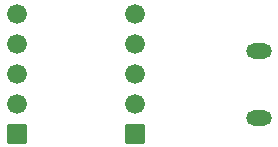
<source format=gbs>
G04 Layer: BottomSolderMaskLayer*
G04 EasyEDA v6.5.20, 2023-08-22 18:50:07*
G04 a67cddfb3fce44daa9051d46cbbcc19f,10*
G04 Gerber Generator version 0.2*
G04 Scale: 100 percent, Rotated: No, Reflected: No *
G04 Dimensions in millimeters *
G04 leading zeros omitted , absolute positions ,4 integer and 5 decimal *
%FSLAX45Y45*%
%MOMM*%

%AMMACRO1*1,1,$1,$2,$3*1,1,$1,$4,$5*1,1,$1,0-$2,0-$3*1,1,$1,0-$4,0-$5*20,1,$1,$2,$3,$4,$5,0*20,1,$1,$4,$5,0-$2,0-$3,0*20,1,$1,0-$2,0-$3,0-$4,0-$5,0*20,1,$1,0-$4,0-$5,$2,$3,0*4,1,4,$2,$3,$4,$5,0-$2,0-$3,0-$4,0-$5,$2,$3,0*%
%ADD10C,1.6764*%
%ADD11MACRO1,0.1016X-0.7874X-0.7874X-0.7874X0.7874*%
%ADD12O,2.200021X1.3000228*%

%LPD*%
D10*
G01*
X-198196Y599998D03*
G01*
X-198196Y345998D03*
G01*
X-198196Y91998D03*
G01*
X-198196Y-162001D03*
D11*
G01*
X-198198Y-415991D03*
D10*
G01*
X-1199997Y599998D03*
G01*
X-1199997Y345998D03*
G01*
X-1199997Y91998D03*
G01*
X-1199997Y-162001D03*
D11*
G01*
X-1199997Y-415998D03*
D12*
G01*
X848740Y282498D03*
G01*
X848740Y-282524D03*
M02*

</source>
